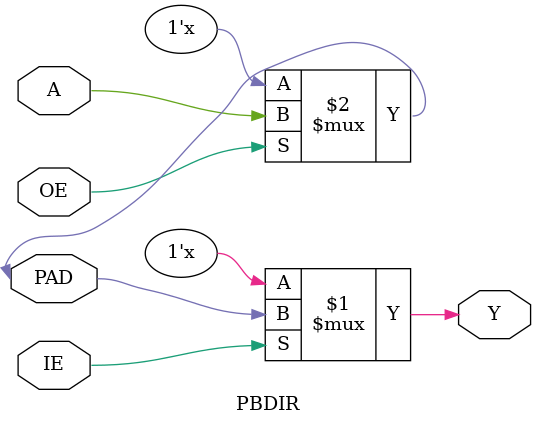
<source format=v>
module PBDIR(PAD,A,Y,IE,OE);
inout PAD;
input A,IE,OE;
output Y;
bufif1 g1(Y,PAD,IE);
bufif1 g2(PAD,A,OE);
endmodule

</source>
